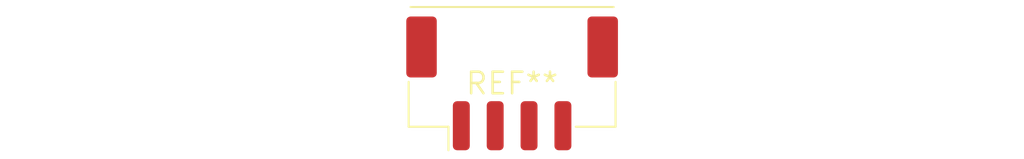
<source format=kicad_pcb>
(kicad_pcb (version 20240108) (generator pcbnew)
  (layers (0 "F.Cu" signal) (31 "B.Cu" signal) (34 "B.Paste" user) (35 "F.Paste" user) (36 "B.SilkS" user "B.Silkscreen") (37 "F.SilkS" user "F.Silkscreen") (38 "B.Mask" user) (39 "F.Mask" user) (44 "Edge.Cuts" user))
  (net 0 "")
  (footprint "Molex_CLIK-Mate_502443-0470_1x04-1MP_P2.00mm_Vertical" (layer "F.Cu") (at 0 0)
    (property "Reference" "REF**")
    (property "Value" "Molex_CLIK-Mate_502443-0470_1x04-1MP_P2.00mm_Vertical")
    (fp_line (start -6.11 -0.09) (end -6.11 2.56) (layer "F.SilkS") (stroke (width 0.12)))
    (fp_line (start -6.11 2.56) (end -3.76 2.56) (layer "F.SilkS") (stroke (width 0.12)))
    (fp_line (start -6 -4.51) (end 6 -4.51) (layer "F.SilkS") (stroke (width 0.12)))
    (fp_line (start -3.76 2.56) (end -3.76 3.95) (layer "F.SilkS") (stroke (width 0.12)))
    (fp_line (start 6.11 -0.09) (end 6.11 2.56) (layer "F.SilkS") (stroke (width 0.12)))
    (fp_line (start 6.11 2.56) (end 3.76 2.56) (layer "F.SilkS") (stroke (width 0.12)))
    (pad "1" smd roundrect (at -3 2.5) (size 1 2.9) (layers "F.Cu" "F.Paste" "F.Mask"))
    (pad "2" smd roundrect (at -1 2.5) (size 1 2.9) (layers "F.Cu" "F.Paste" "F.Mask"))
    (pad "3" smd roundrect (at 1 2.5) (size 1 2.9) (layers "F.Cu" "F.Paste" "F.Mask"))
    (pad "4" smd roundrect (at 3 2.5) (size 1 2.9) (layers "F.Cu" "F.Paste" "F.Mask"))
    (pad "MP" smd roundrect (at -5.35 -2.15) (size 1.8 3.6) (layers "F.Cu" "F.Paste" "F.Mask") (roundrect_rratio 0.138889))
    (pad "MP" smd roundrect (at 5.35 -2.15) (size 1.8 3.6) (layers "F.Cu" "F.Paste" "F.Mask") (roundrect_rratio 0.138889))
  )
)
</source>
